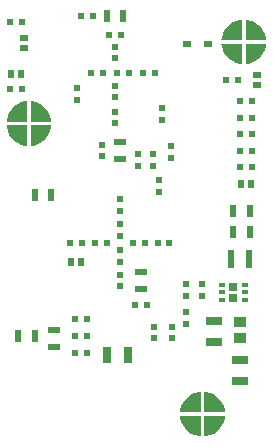
<source format=gbp>
G04*
G04 #@! TF.GenerationSoftware,Altium Limited,Altium Designer,20.2.6 (244)*
G04*
G04 Layer_Color=128*
%FSLAX25Y25*%
%MOIN*%
G70*
G04*
G04 #@! TF.SameCoordinates,98B12EC8-E559-45FE-9E7D-FCD1A3165D23*
G04*
G04*
G04 #@! TF.FilePolarity,Positive*
G04*
G01*
G75*
%ADD21R,0.01968X0.01968*%
%ADD25R,0.01968X0.01968*%
%ADD29R,0.03150X0.05512*%
%ADD31R,0.02520X0.02362*%
%ADD64R,0.01850X0.01575*%
%ADD67R,0.02362X0.03937*%
%ADD68R,0.03937X0.02362*%
%ADD69R,0.01968X0.06299*%
%ADD70R,0.03150X0.01968*%
%ADD71R,0.02362X0.02520*%
%ADD72R,0.05512X0.03150*%
%ADD73R,0.03937X0.03543*%
%ADD86R,0.03150X0.02756*%
G36*
X24334Y105442D02*
X23999Y104161D01*
X23444Y102959D01*
X22687Y101872D01*
X21751Y100936D01*
X20664Y100178D01*
X19462Y99624D01*
X18181Y99288D01*
X17521Y99236D01*
X17520Y99236D01*
Y106102D01*
X24386D01*
X24334Y105442D01*
D02*
G37*
G36*
X16339Y99236D02*
X15678Y99288D01*
X14397Y99623D01*
X13195Y100178D01*
X12108Y100935D01*
X11172Y101871D01*
X10414Y102957D01*
X9860Y104160D01*
X9525Y105441D01*
X9472Y106101D01*
X9472Y106102D01*
X16339D01*
Y99236D01*
D02*
G37*
G36*
X76054Y17247D02*
X77335Y16912D01*
X78537Y16358D01*
X79624Y15600D01*
X80560Y14664D01*
X81318Y13578D01*
X81873Y12376D01*
X82208Y11094D01*
X82260Y10434D01*
Y10433D01*
X75394D01*
Y17300D01*
X76054Y17247D01*
D02*
G37*
G36*
X74213Y10433D02*
X67346D01*
X67399Y11093D01*
X67733Y12374D01*
X68288Y13577D01*
X69045Y14663D01*
X69981Y15600D01*
X71068Y16357D01*
X72270Y16912D01*
X73551Y17247D01*
X74211Y17299D01*
X74213D01*
Y10433D01*
D02*
G37*
G36*
X82208Y8592D02*
X81873Y7311D01*
X81318Y6108D01*
X80561Y5022D01*
X79625Y4085D01*
X78539Y3328D01*
X77336Y2773D01*
X76055Y2438D01*
X75395Y2386D01*
X75394Y2386D01*
Y9252D01*
X82260D01*
X82208Y8592D01*
D02*
G37*
G36*
X74213Y2386D02*
X73553Y2438D01*
X72271Y2773D01*
X71069Y3327D01*
X69982Y4084D01*
X69046Y5021D01*
X68288Y6107D01*
X67734Y7310D01*
X67399Y8591D01*
X67346Y9251D01*
X67346Y9252D01*
X74213D01*
Y2386D01*
D02*
G37*
G36*
X89833Y141263D02*
X91114Y140928D01*
X92317Y140374D01*
X93403Y139616D01*
X94340Y138680D01*
X95097Y137594D01*
X95652Y136391D01*
X95987Y135110D01*
X96039Y134450D01*
Y134449D01*
X89173D01*
Y141315D01*
X89833Y141263D01*
D02*
G37*
G36*
X87992Y134449D02*
X81126D01*
X81178Y135109D01*
X81513Y136390D01*
X82067Y137593D01*
X82825Y138679D01*
X83761Y139615D01*
X84847Y140373D01*
X86050Y140928D01*
X87331Y141263D01*
X87991Y141315D01*
X87992D01*
Y134449D01*
D02*
G37*
G36*
X95987Y132608D02*
X95653Y131326D01*
X95098Y130124D01*
X94341Y129038D01*
X93404Y128101D01*
X92318Y127344D01*
X91116Y126789D01*
X89834Y126454D01*
X89174Y126401D01*
X89173Y126401D01*
Y133268D01*
X96040D01*
X95987Y132608D01*
D02*
G37*
G36*
X87992Y126401D02*
X87332Y126454D01*
X86051Y126788D01*
X84848Y127343D01*
X83762Y128100D01*
X82825Y129037D01*
X82068Y130123D01*
X81513Y131325D01*
X81178Y132606D01*
X81126Y133266D01*
X81126Y133268D01*
X87992D01*
Y126401D01*
D02*
G37*
G36*
X18180Y114098D02*
X19461Y113763D01*
X20663Y113208D01*
X21750Y112451D01*
X22686Y111515D01*
X23444Y110428D01*
X23999Y109226D01*
X24334Y107945D01*
X24386Y107285D01*
Y107283D01*
X17520D01*
Y114150D01*
X18180Y114098D01*
D02*
G37*
G36*
X16339Y107283D02*
X9472D01*
X9524Y107943D01*
X9859Y109225D01*
X10414Y110427D01*
X11171Y111514D01*
X12107Y112450D01*
X13194Y113207D01*
X14396Y113762D01*
X15677Y114097D01*
X16337Y114150D01*
X16339D01*
Y107283D01*
D02*
G37*
D21*
X60236Y87795D02*
D03*
Y83858D02*
D03*
X64567Y35039D02*
D03*
Y38976D02*
D03*
X58661Y35039D02*
D03*
Y38976D02*
D03*
X45669Y106693D02*
D03*
Y110630D02*
D03*
Y119291D02*
D03*
Y115354D02*
D03*
Y128347D02*
D03*
Y132283D02*
D03*
X53150Y96457D02*
D03*
Y92520D02*
D03*
X58268Y96457D02*
D03*
Y92520D02*
D03*
X61417Y107874D02*
D03*
Y111811D02*
D03*
X69291Y39764D02*
D03*
Y43701D02*
D03*
X69291Y53150D02*
D03*
Y49213D02*
D03*
X74803D02*
D03*
Y53150D02*
D03*
X47244Y52362D02*
D03*
Y56299D02*
D03*
Y64567D02*
D03*
Y60630D02*
D03*
Y73228D02*
D03*
Y69291D02*
D03*
Y81496D02*
D03*
Y77559D02*
D03*
X41339Y95669D02*
D03*
Y99606D02*
D03*
X33071Y118504D02*
D03*
Y114567D02*
D03*
X64173Y99213D02*
D03*
Y95276D02*
D03*
D25*
X52362Y46063D02*
D03*
X56299D02*
D03*
X36220Y30315D02*
D03*
X32283D02*
D03*
X32283Y35827D02*
D03*
X36220D02*
D03*
Y41339D02*
D03*
X32283D02*
D03*
X87402Y114173D02*
D03*
X91339D02*
D03*
X87402Y108661D02*
D03*
X91339D02*
D03*
X87402Y97638D02*
D03*
X91339D02*
D03*
X87402Y103150D02*
D03*
X91339D02*
D03*
Y92126D02*
D03*
X87402D02*
D03*
X14567Y118110D02*
D03*
X10630D02*
D03*
X14567Y140551D02*
D03*
X10630D02*
D03*
X30709Y66929D02*
D03*
X34646D02*
D03*
X42913D02*
D03*
X38976D02*
D03*
X34252Y142520D02*
D03*
X38189D02*
D03*
X43701Y136221D02*
D03*
X47638D02*
D03*
X51575Y66929D02*
D03*
X55512D02*
D03*
X63780D02*
D03*
X59843D02*
D03*
X86614Y121260D02*
D03*
X82677D02*
D03*
X41732Y123622D02*
D03*
X37795D02*
D03*
X46457D02*
D03*
X50394D02*
D03*
X55118D02*
D03*
X59055D02*
D03*
D29*
X50000Y29527D02*
D03*
X42914D02*
D03*
D31*
X15354Y135197D02*
D03*
Y131732D02*
D03*
X92913Y122992D02*
D03*
Y119528D02*
D03*
D64*
X81201Y52953D02*
D03*
Y47835D02*
D03*
Y50394D02*
D03*
X88878Y47835D02*
D03*
Y50394D02*
D03*
Y52953D02*
D03*
D67*
X24409Y82677D02*
D03*
X18898D02*
D03*
Y35827D02*
D03*
X13386D02*
D03*
X48425Y142520D02*
D03*
X42913D02*
D03*
X90551Y77559D02*
D03*
X85039D02*
D03*
X90551Y70472D02*
D03*
X85039D02*
D03*
D68*
X25197Y32283D02*
D03*
Y37795D02*
D03*
X54331Y51575D02*
D03*
Y57087D02*
D03*
X47244Y100394D02*
D03*
Y94882D02*
D03*
D69*
X90354Y61417D02*
D03*
X84449D02*
D03*
D70*
X76772Y133071D02*
D03*
X69685D02*
D03*
D71*
X91102Y86614D02*
D03*
X87638D02*
D03*
X30945Y60630D02*
D03*
X34409D02*
D03*
X14331Y123228D02*
D03*
X10866D02*
D03*
D72*
X78741Y40945D02*
D03*
Y33859D02*
D03*
X87402Y27953D02*
D03*
Y20866D02*
D03*
D73*
X87402Y35138D02*
D03*
Y40453D02*
D03*
D86*
X85039Y48622D02*
D03*
Y52165D02*
D03*
M02*

</source>
